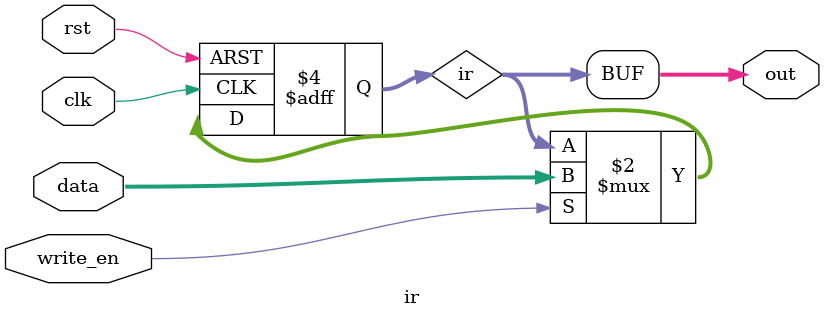
<source format=v>
module ir(
    input clk,
    input rst,
    input write_en,
    input[7:0] data,
    output[7:0] out
);

    reg[7:0] ir;

    always @ (posedge clk, posedge rst)
    begin
        if (rst)
            ir <= 8'b0;
        else if (write_en)
            ir <= data;
    end

    assign out = ir;

endmodule

</source>
